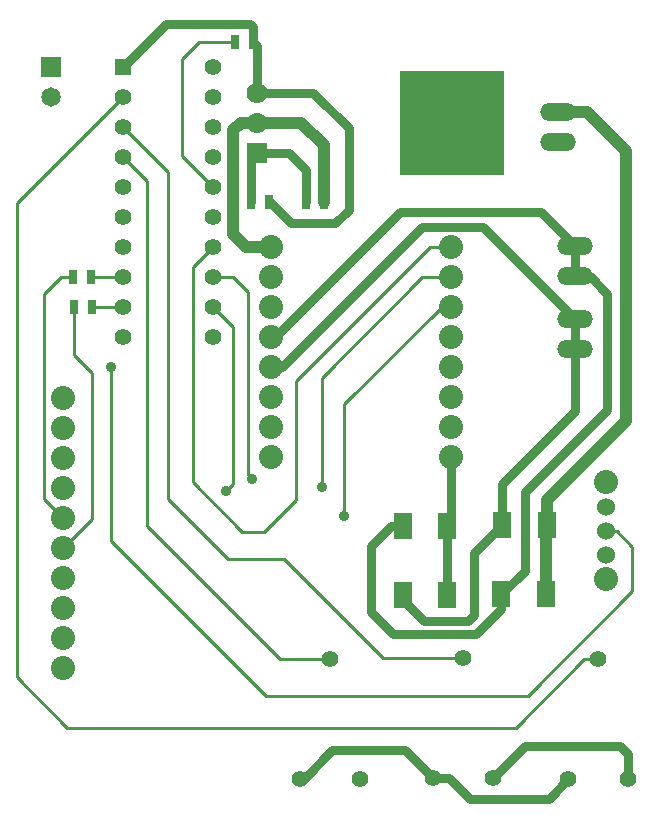
<source format=gtl>
G04 (created by PCBNEW (2013-07-07 BZR 4022)-stable) date 10/18/2013 11:27:31 AM*
%MOIN*%
G04 Gerber Fmt 3.4, Leading zero omitted, Abs format*
%FSLAX34Y34*%
G01*
G70*
G90*
G04 APERTURE LIST*
%ADD10C,0.00590551*%
%ADD11C,0.08*%
%ADD12C,0.06*%
%ADD13R,0.07X0.07*%
%ADD14C,0.07*%
%ADD15R,0.35X0.35*%
%ADD16R,0.025X0.045*%
%ADD17C,0.0551181*%
%ADD18O,0.1187X0.0593*%
%ADD19R,0.063X0.0866*%
%ADD20R,0.055X0.055*%
%ADD21C,0.055*%
%ADD22R,0.065X0.065*%
%ADD23C,0.065*%
%ADD24C,0.035*%
%ADD25C,0.04*%
%ADD26C,0.03*%
%ADD27C,0.01*%
G04 APERTURE END LIST*
G54D10*
G54D11*
X98800Y-47523D03*
G54D12*
X98800Y-48350D03*
X98800Y-49137D03*
X98798Y-49924D03*
G54D11*
X98800Y-50751D03*
X87625Y-39675D03*
X87625Y-40675D03*
X87625Y-41675D03*
X87625Y-42675D03*
X87625Y-43675D03*
X87625Y-44675D03*
X87625Y-45675D03*
X87625Y-46675D03*
X93625Y-46675D03*
X93625Y-45675D03*
X93625Y-44675D03*
X93625Y-43675D03*
X93625Y-42675D03*
X93625Y-41675D03*
X93625Y-40675D03*
X93625Y-39675D03*
X80700Y-44700D03*
X80700Y-45700D03*
X80700Y-46700D03*
X80700Y-47700D03*
X80700Y-48700D03*
X80700Y-49700D03*
X80700Y-50700D03*
X80700Y-51700D03*
X80700Y-52700D03*
X80700Y-53700D03*
G54D13*
X87175Y-36525D03*
G54D14*
X87175Y-34525D03*
X87175Y-35525D03*
G54D15*
X93675Y-35525D03*
G54D16*
X87575Y-38175D03*
X86975Y-38175D03*
X89400Y-38175D03*
X88800Y-38175D03*
X87050Y-32850D03*
X86450Y-32850D03*
X81675Y-41675D03*
X81075Y-41675D03*
X81650Y-40675D03*
X81050Y-40675D03*
G54D17*
X98550Y-53420D03*
X97550Y-57420D03*
X99550Y-57420D03*
X94030Y-53380D03*
X93030Y-57380D03*
X95030Y-57380D03*
X89610Y-53400D03*
X88610Y-57400D03*
X90610Y-57400D03*
G54D18*
X97775Y-39650D03*
X97775Y-40650D03*
X97775Y-42075D03*
X97775Y-43075D03*
X97200Y-36180D03*
X97200Y-35180D03*
G54D19*
X93518Y-48980D03*
X92022Y-48980D03*
X95297Y-51255D03*
X96793Y-51255D03*
X93518Y-51280D03*
X92022Y-51280D03*
X95347Y-48930D03*
X96843Y-48930D03*
G54D20*
X82700Y-33675D03*
G54D21*
X82700Y-34675D03*
X82700Y-35675D03*
X82700Y-36675D03*
X82700Y-37675D03*
X82700Y-38675D03*
X82700Y-39675D03*
X82700Y-40675D03*
X82700Y-41675D03*
X82700Y-42675D03*
X85700Y-42675D03*
X85700Y-41675D03*
X85700Y-40675D03*
X85700Y-39675D03*
X85700Y-38675D03*
X85700Y-37675D03*
X85700Y-36675D03*
X85700Y-35675D03*
X85700Y-34675D03*
X85700Y-33675D03*
G54D22*
X80300Y-33675D03*
G54D23*
X80300Y-34675D03*
G54D24*
X82310Y-43680D03*
X87000Y-47420D03*
X89320Y-47680D03*
X86140Y-47800D03*
X90080Y-48640D03*
G54D25*
X96793Y-51255D02*
X96793Y-48980D01*
X96793Y-48980D02*
X96843Y-48930D01*
X97200Y-35180D02*
X98180Y-35180D01*
X98180Y-35180D02*
X99470Y-36470D01*
X99470Y-36470D02*
X99470Y-45480D01*
X99470Y-45480D02*
X96843Y-48107D01*
X96843Y-48107D02*
X96843Y-48930D01*
X96843Y-51205D02*
X96793Y-51255D01*
X87175Y-35525D02*
X86625Y-35525D01*
X86800Y-39675D02*
X87625Y-39675D01*
X86375Y-39250D02*
X86800Y-39675D01*
X86375Y-35775D02*
X86375Y-39250D01*
X86625Y-35525D02*
X86375Y-35775D01*
X89400Y-38175D02*
X89400Y-36275D01*
X88650Y-35525D02*
X87175Y-35525D01*
X89400Y-36275D02*
X88650Y-35525D01*
G54D26*
X93030Y-57380D02*
X93580Y-57380D01*
X96900Y-58070D02*
X97550Y-57420D01*
X94270Y-58070D02*
X96900Y-58070D01*
X93580Y-57380D02*
X94270Y-58070D01*
X88610Y-57400D02*
X88720Y-57400D01*
X92100Y-56450D02*
X93030Y-57380D01*
X89670Y-56450D02*
X92100Y-56450D01*
X88720Y-57400D02*
X89670Y-56450D01*
X87050Y-32850D02*
X87050Y-32350D01*
X84125Y-32250D02*
X82700Y-33675D01*
X86950Y-32250D02*
X84125Y-32250D01*
X87050Y-32350D02*
X86950Y-32250D01*
X87175Y-34525D02*
X87175Y-32975D01*
X87175Y-32975D02*
X87050Y-32850D01*
X87575Y-38175D02*
X87600Y-38175D01*
X89050Y-34525D02*
X87175Y-34525D01*
X90225Y-35700D02*
X89050Y-34525D01*
X90225Y-38425D02*
X90225Y-35700D01*
X89775Y-38875D02*
X90225Y-38425D01*
X88300Y-38875D02*
X89775Y-38875D01*
X87600Y-38175D02*
X88300Y-38875D01*
X99550Y-57420D02*
X99550Y-56580D01*
X96110Y-56300D02*
X95030Y-57380D01*
X99270Y-56300D02*
X96110Y-56300D01*
X99550Y-56580D02*
X99270Y-56300D01*
X93625Y-46675D02*
X93625Y-48873D01*
X93625Y-48873D02*
X93518Y-48980D01*
X93518Y-51280D02*
X93518Y-48980D01*
X88800Y-38175D02*
X88800Y-37100D01*
X88225Y-36525D02*
X87175Y-36525D01*
X88800Y-37100D02*
X88225Y-36525D01*
X86975Y-38175D02*
X86975Y-36725D01*
X86975Y-36725D02*
X87175Y-36525D01*
X97775Y-40650D02*
X98260Y-40650D01*
X96090Y-50462D02*
X95297Y-51255D01*
X96090Y-47850D02*
X96090Y-50462D01*
X98850Y-45090D02*
X96090Y-47850D01*
X98850Y-41240D02*
X98850Y-45090D01*
X98260Y-40650D02*
X98850Y-41240D01*
X91700Y-52565D02*
X94480Y-52565D01*
X91645Y-48980D02*
X90980Y-49645D01*
X90980Y-49645D02*
X90980Y-51845D01*
X90980Y-51845D02*
X91700Y-52565D01*
X94480Y-52565D02*
X95297Y-51748D01*
X95297Y-51748D02*
X95297Y-51255D01*
X92022Y-48980D02*
X91645Y-48980D01*
X87625Y-42675D02*
X87775Y-42675D01*
X96625Y-38500D02*
X97775Y-39650D01*
X91949Y-38500D02*
X96625Y-38500D01*
X87775Y-42675D02*
X91949Y-38500D01*
X97775Y-39650D02*
X97775Y-40650D01*
G54D27*
X82700Y-41675D02*
X81675Y-41675D01*
X98800Y-49137D02*
X99157Y-49137D01*
X82310Y-49480D02*
X82310Y-43680D01*
X87470Y-54640D02*
X82310Y-49480D01*
X96190Y-54640D02*
X87470Y-54640D01*
X99680Y-51150D02*
X96190Y-54640D01*
X99680Y-49660D02*
X99680Y-51150D01*
X99157Y-49137D02*
X99680Y-49660D01*
X85020Y-46420D02*
X85020Y-47520D01*
X92945Y-39675D02*
X88480Y-44140D01*
X88480Y-44140D02*
X88480Y-47220D01*
X85020Y-46420D02*
X85020Y-40355D01*
X85700Y-39675D02*
X85020Y-40355D01*
X92945Y-39675D02*
X93625Y-39675D01*
X88480Y-48100D02*
X88480Y-47220D01*
X87400Y-49180D02*
X88480Y-48100D01*
X86680Y-49180D02*
X87400Y-49180D01*
X85020Y-47520D02*
X86680Y-49180D01*
X93625Y-40675D02*
X92685Y-40675D01*
X86375Y-40675D02*
X85700Y-40675D01*
X86860Y-41160D02*
X86375Y-40675D01*
X86860Y-47280D02*
X86860Y-41160D01*
X87000Y-47420D02*
X86860Y-47280D01*
X89320Y-44040D02*
X89320Y-47680D01*
X92685Y-40675D02*
X89320Y-44040D01*
X93625Y-41675D02*
X93325Y-41675D01*
X86380Y-42355D02*
X85700Y-41675D01*
X86380Y-47560D02*
X86380Y-42355D01*
X86140Y-47800D02*
X86380Y-47560D01*
X90080Y-44920D02*
X90080Y-48640D01*
X93325Y-41675D02*
X90080Y-44920D01*
G54D26*
X97775Y-43075D02*
X97775Y-45145D01*
X95347Y-47573D02*
X95347Y-48930D01*
X97775Y-45145D02*
X95347Y-47573D01*
X92022Y-51280D02*
X92022Y-51427D01*
X92022Y-51427D02*
X92720Y-52125D01*
X92720Y-52125D02*
X94200Y-52125D01*
X94200Y-52125D02*
X94400Y-51925D01*
X94400Y-51925D02*
X94400Y-49877D01*
X94400Y-49877D02*
X95347Y-48930D01*
X87625Y-43675D02*
X88000Y-43675D01*
X94700Y-39000D02*
X97775Y-42075D01*
X92675Y-39000D02*
X94700Y-39000D01*
X88000Y-43675D02*
X92675Y-39000D01*
X97775Y-42075D02*
X97775Y-43075D01*
G54D27*
X86450Y-32850D02*
X85225Y-32850D01*
X84675Y-36650D02*
X85700Y-37675D01*
X84675Y-33400D02*
X84675Y-36650D01*
X85225Y-32850D02*
X84675Y-33400D01*
X82700Y-40675D02*
X81650Y-40675D01*
X81075Y-41675D02*
X81075Y-43275D01*
X81675Y-48725D02*
X80700Y-49700D01*
X81675Y-43875D02*
X81675Y-48725D01*
X81075Y-43275D02*
X81675Y-43875D01*
X81050Y-40675D02*
X80650Y-40675D01*
X80075Y-48075D02*
X80700Y-48700D01*
X80075Y-41250D02*
X80075Y-48075D01*
X80650Y-40675D02*
X80075Y-41250D01*
X98550Y-53420D02*
X98080Y-53420D01*
X79170Y-38205D02*
X82700Y-34675D01*
X79170Y-54020D02*
X79170Y-38205D01*
X80850Y-55700D02*
X79170Y-54020D01*
X95800Y-55700D02*
X80850Y-55700D01*
X98080Y-53420D02*
X95800Y-55700D01*
X94030Y-53380D02*
X91370Y-53380D01*
X84200Y-37175D02*
X82700Y-35675D01*
X84200Y-48080D02*
X84200Y-37175D01*
X86190Y-50070D02*
X84200Y-48080D01*
X88060Y-50070D02*
X86190Y-50070D01*
X91370Y-53380D02*
X88060Y-50070D01*
X89610Y-53400D02*
X87920Y-53400D01*
X83500Y-37475D02*
X82700Y-36675D01*
X83500Y-48980D02*
X83500Y-37475D01*
X87920Y-53400D02*
X83500Y-48980D01*
M02*

</source>
